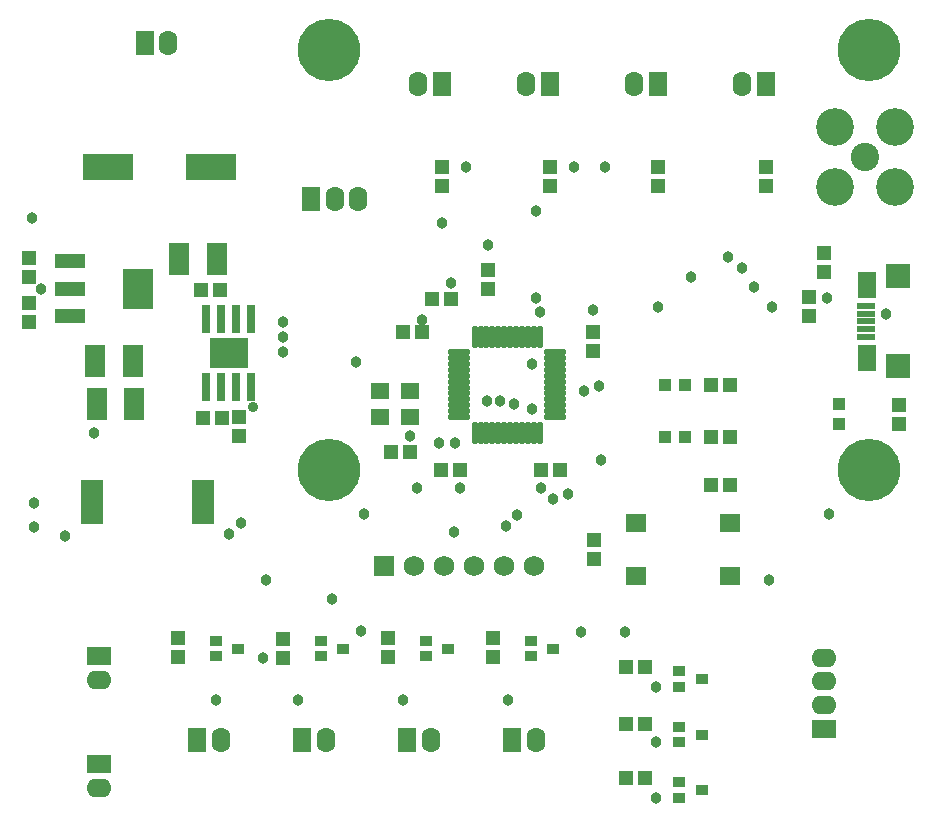
<source format=gts>
G04 Layer_Color=8388736*
%FSLAX25Y25*%
%MOIN*%
G70*
G01*
G75*
%ADD60R,0.02769X0.09461*%
%ADD61R,0.13005X0.10249*%
%ADD62R,0.07808X0.14816*%
%ADD63R,0.06706X0.10642*%
%ADD64R,0.04540X0.04737*%
%ADD65R,0.04737X0.04540*%
%ADD66R,0.16942X0.08674*%
%ADD67R,0.06115X0.02375*%
%ADD68R,0.08280X0.07887*%
%ADD69R,0.06115X0.09068*%
%ADD70R,0.06312X0.05524*%
%ADD71O,0.07690X0.01981*%
%ADD72O,0.01981X0.07690*%
%ADD73R,0.06922X0.05918*%
%ADD74R,0.04737X0.04934*%
%ADD75R,0.04934X0.04737*%
%ADD76R,0.04343X0.03556*%
%ADD77R,0.03950X0.03950*%
%ADD78R,0.03950X0.03950*%
%ADD79R,0.10249X0.04737*%
%ADD80R,0.10249X0.13398*%
%ADD81C,0.12611*%
%ADD82C,0.09461*%
%ADD83C,0.06800*%
%ADD84R,0.06800X0.06800*%
%ADD85R,0.06300X0.08300*%
%ADD86O,0.06300X0.08300*%
%ADD87O,0.08300X0.06300*%
%ADD88R,0.08300X0.06300*%
%ADD89C,0.03800*%
%ADD90C,0.20800*%
%ADD91C,0.03500*%
%ADD92C,0.02769*%
D60*
X69500Y151681D02*
D03*
X74500D02*
D03*
X79500D02*
D03*
X84500D02*
D03*
X69500Y174319D02*
D03*
X74500D02*
D03*
X79500D02*
D03*
X84500D02*
D03*
D61*
X77000Y163000D02*
D03*
D62*
X68504Y113500D02*
D03*
X31496D02*
D03*
D63*
X32980Y146000D02*
D03*
X45500D02*
D03*
X32500Y160500D02*
D03*
X45020D02*
D03*
X73020Y194500D02*
D03*
X60500D02*
D03*
D64*
X80500Y141650D02*
D03*
Y135350D02*
D03*
X198850Y94350D02*
D03*
Y100650D02*
D03*
X198350Y163850D02*
D03*
Y170150D02*
D03*
X10500Y194650D02*
D03*
Y188350D02*
D03*
Y173350D02*
D03*
Y179650D02*
D03*
D65*
X74150Y184000D02*
D03*
X67850D02*
D03*
X74650Y141500D02*
D03*
X68350D02*
D03*
X135201Y170000D02*
D03*
X141500D02*
D03*
X154150Y124000D02*
D03*
X147850D02*
D03*
X181201D02*
D03*
X187500D02*
D03*
X144850Y181000D02*
D03*
X151150D02*
D03*
X137500Y130000D02*
D03*
X131201D02*
D03*
D66*
X71126Y225000D02*
D03*
X36874D02*
D03*
D67*
X289600Y171091D02*
D03*
Y173650D02*
D03*
Y168531D02*
D03*
Y176209D02*
D03*
Y178768D02*
D03*
D68*
X300289Y188610D02*
D03*
Y158689D02*
D03*
D69*
X289800Y161445D02*
D03*
X289856Y185854D02*
D03*
D70*
X137350Y150331D02*
D03*
X127350D02*
D03*
Y141669D02*
D03*
X137350D02*
D03*
D71*
X185894Y155453D02*
D03*
Y157421D02*
D03*
Y163327D02*
D03*
Y161358D02*
D03*
Y159390D02*
D03*
Y153484D02*
D03*
Y151516D02*
D03*
Y149547D02*
D03*
Y147579D02*
D03*
Y145610D02*
D03*
Y143642D02*
D03*
Y141673D02*
D03*
X153807D02*
D03*
Y143642D02*
D03*
Y145610D02*
D03*
Y147579D02*
D03*
Y149547D02*
D03*
Y151516D02*
D03*
Y153484D02*
D03*
Y155453D02*
D03*
Y157421D02*
D03*
Y159390D02*
D03*
Y161358D02*
D03*
Y163327D02*
D03*
D72*
X159024Y168543D02*
D03*
X160992D02*
D03*
X162961D02*
D03*
X164929D02*
D03*
X166898D02*
D03*
X168866D02*
D03*
X170835D02*
D03*
X172803D02*
D03*
X174772D02*
D03*
X176740D02*
D03*
X178709D02*
D03*
X180677D02*
D03*
Y136457D02*
D03*
X178709D02*
D03*
X176740D02*
D03*
X174772D02*
D03*
X172803D02*
D03*
X170835D02*
D03*
X168866D02*
D03*
X166898D02*
D03*
X164929D02*
D03*
X162961D02*
D03*
X160992D02*
D03*
X159024D02*
D03*
D73*
X212701Y88642D02*
D03*
Y106358D02*
D03*
X244000Y88642D02*
D03*
Y106358D02*
D03*
D74*
X60000Y68150D02*
D03*
Y61850D02*
D03*
X95000Y67650D02*
D03*
Y61350D02*
D03*
X130000Y68150D02*
D03*
Y61850D02*
D03*
X165000Y68150D02*
D03*
Y61850D02*
D03*
X256000Y218701D02*
D03*
Y225000D02*
D03*
X220000Y218701D02*
D03*
Y225000D02*
D03*
X184000Y218701D02*
D03*
Y225000D02*
D03*
X148000Y218701D02*
D03*
Y225000D02*
D03*
X275500Y196299D02*
D03*
Y190000D02*
D03*
X270500Y175350D02*
D03*
Y181650D02*
D03*
X300500Y139500D02*
D03*
Y145799D02*
D03*
X163500Y190650D02*
D03*
Y184350D02*
D03*
D75*
X244000Y119000D02*
D03*
X237701D02*
D03*
Y135000D02*
D03*
X244000D02*
D03*
X237701Y152500D02*
D03*
X244000D02*
D03*
X215650Y58378D02*
D03*
X209350D02*
D03*
X215650Y39378D02*
D03*
X209350D02*
D03*
X215650Y21378D02*
D03*
X209350D02*
D03*
D76*
X72760Y67059D02*
D03*
Y61941D02*
D03*
X80240Y64500D02*
D03*
X107760Y67059D02*
D03*
Y61941D02*
D03*
X115240Y64500D02*
D03*
X142760Y67059D02*
D03*
Y61941D02*
D03*
X150240Y64500D02*
D03*
X177760Y67059D02*
D03*
Y61941D02*
D03*
X185240Y64500D02*
D03*
X227260Y56937D02*
D03*
Y51819D02*
D03*
X234740Y54378D02*
D03*
X227260Y38437D02*
D03*
Y33319D02*
D03*
X234740Y35878D02*
D03*
X227260Y19937D02*
D03*
Y14819D02*
D03*
X234740Y17378D02*
D03*
D77*
X222602Y135000D02*
D03*
X229098D02*
D03*
X222602Y152500D02*
D03*
X229098D02*
D03*
D78*
X280500Y145898D02*
D03*
Y139402D02*
D03*
D79*
X24083Y193555D02*
D03*
Y184500D02*
D03*
Y175445D02*
D03*
D80*
X46917Y184500D02*
D03*
D81*
X279000Y218500D02*
D03*
Y238500D02*
D03*
X299000D02*
D03*
Y218500D02*
D03*
D82*
X289000Y228500D02*
D03*
D83*
X178850Y92000D02*
D03*
X168850D02*
D03*
X158850D02*
D03*
X148850D02*
D03*
X138850D02*
D03*
D84*
X128850D02*
D03*
D85*
X256000Y252850D02*
D03*
X220000D02*
D03*
X184000D02*
D03*
X148000D02*
D03*
X66500Y34000D02*
D03*
X101500D02*
D03*
X136500D02*
D03*
X171500D02*
D03*
X104500Y214500D02*
D03*
X49000Y266500D02*
D03*
D86*
X248126Y252850D02*
D03*
X212126D02*
D03*
X176126D02*
D03*
X140126D02*
D03*
X74374Y34000D02*
D03*
X109374D02*
D03*
X144374D02*
D03*
X179374D02*
D03*
X120248Y214500D02*
D03*
X112374D02*
D03*
X56874Y266500D02*
D03*
D87*
X275500Y53626D02*
D03*
Y45752D02*
D03*
Y61500D02*
D03*
X33949Y18126D02*
D03*
Y54126D02*
D03*
D88*
X275500Y37878D02*
D03*
X33949Y26000D02*
D03*
Y62000D02*
D03*
D89*
X277000Y109500D02*
D03*
X137350Y135500D02*
D03*
X11500Y208000D02*
D03*
X296000Y176000D02*
D03*
X32000Y136500D02*
D03*
X122000Y109500D02*
D03*
X89500Y87500D02*
D03*
X139701Y118201D02*
D03*
X154299D02*
D03*
X181201D02*
D03*
X185000Y114500D02*
D03*
X190000Y116000D02*
D03*
X163500Y199000D02*
D03*
X151000Y186500D02*
D03*
X119500Y160000D02*
D03*
X198500Y177500D02*
D03*
X179500Y210500D02*
D03*
X95000Y163500D02*
D03*
X219500Y51819D02*
D03*
Y33319D02*
D03*
X219319Y14819D02*
D03*
X121000Y70500D02*
D03*
X201000Y127500D02*
D03*
X257000Y87500D02*
D03*
X220000Y178500D02*
D03*
X258000D02*
D03*
X252000Y185000D02*
D03*
X248000Y191500D02*
D03*
X243500Y195000D02*
D03*
X179500Y181500D02*
D03*
X231000Y188500D02*
D03*
X200500Y152000D02*
D03*
X195500Y150500D02*
D03*
X111500Y81000D02*
D03*
X72878Y47378D02*
D03*
X88500Y61500D02*
D03*
X81000Y106500D02*
D03*
X77250Y102750D02*
D03*
X95000Y173500D02*
D03*
Y168500D02*
D03*
X22500Y102000D02*
D03*
X12000Y113000D02*
D03*
Y105000D02*
D03*
X172000Y146000D02*
D03*
X202500Y225000D02*
D03*
X167500Y147000D02*
D03*
X192000Y225000D02*
D03*
X163000Y147000D02*
D03*
X156000Y225000D02*
D03*
X178000Y144500D02*
D03*
X209000Y70000D02*
D03*
X194500D02*
D03*
X152000Y103500D02*
D03*
X178110Y159390D02*
D03*
X180677Y176677D02*
D03*
X173000Y109000D02*
D03*
X169500Y105500D02*
D03*
X147000Y133000D02*
D03*
X152500D02*
D03*
X14350Y184500D02*
D03*
X100091Y47378D02*
D03*
X135091D02*
D03*
X170091D02*
D03*
X276500Y181500D02*
D03*
X148000Y206500D02*
D03*
X141500Y174000D02*
D03*
D90*
X290500Y124000D02*
D03*
Y264000D02*
D03*
X110500D02*
D03*
Y124000D02*
D03*
D91*
X85000Y145000D02*
D03*
D92*
X72669Y160835D02*
D03*
Y165165D02*
D03*
X77000Y160835D02*
D03*
Y165165D02*
D03*
X81331Y160835D02*
D03*
Y165165D02*
D03*
M02*

</source>
